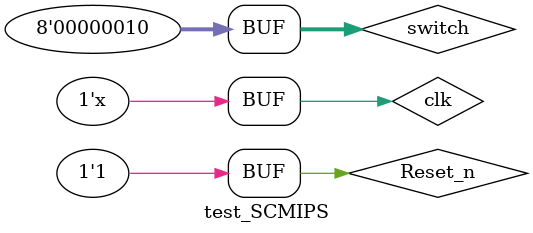
<source format=v>
`timescale 1ns/1ns

module test_SCMIPS;
	reg clk;
	reg Reset_n;
	reg [7:0] switch;
	reg UART_IN;
	wire UART_OUT;
	wire [7:0] led;
	wire [6:0] digi_out1, digi_out2, digi_out3, digi_out4;

	initial
		begin
		clk <= 0;
		Reset_n <= 0;
		end

	always #5 clk <= ~clk;
	initial
		begin
		#1 Reset_n <= 1;
		#1 switch <= 8'b00000010;
		//#600 $stop;
		end
	SCMIPS inst(.sysclk(clk), .Reset_n(Reset_n), .switch(switch), .led(led), .UART_IN(UART_IN), .UART_OUT(UART_OUT),
			.digi_out1(digi_out1), .digi_out2(digi_out2), .digi_out3(digi_out3), .digi_out4(digi_out4));
endmodule
</source>
